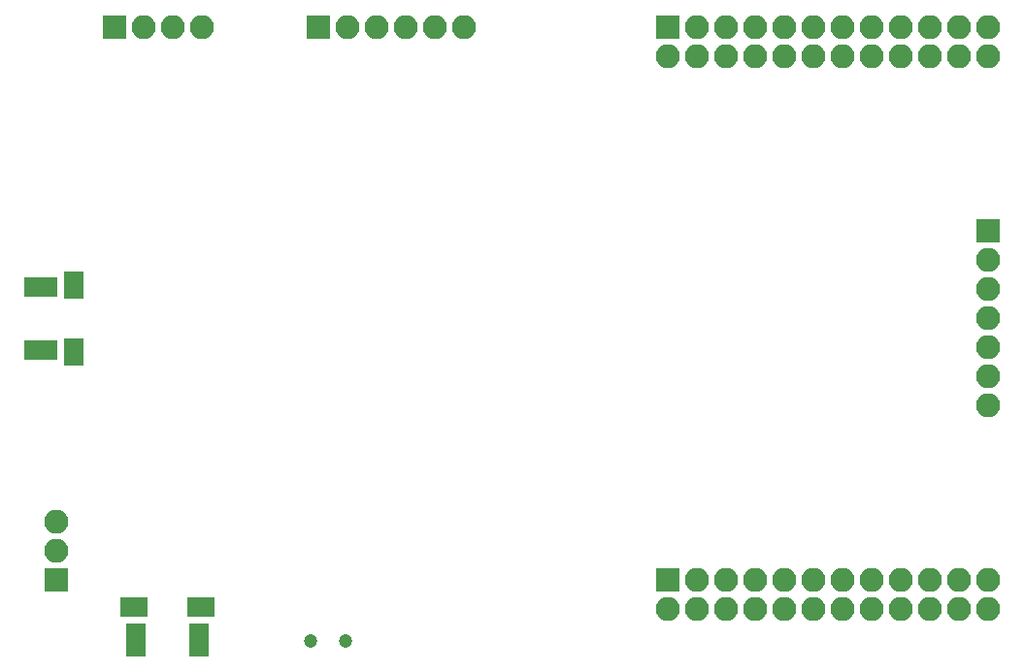
<source format=gbs>
G04 #@! TF.GenerationSoftware,KiCad,Pcbnew,(2017-08-04 revision 7bf9f8e1c)-master*
G04 #@! TF.CreationDate,2018-06-13T20:52:22+02:00*
G04 #@! TF.ProjectId,pcb-f2-a,7063622D66322D612E6B696361645F70,rev?*
G04 #@! TF.SameCoordinates,Original*
G04 #@! TF.FileFunction,Soldermask,Bot*
G04 #@! TF.FilePolarity,Negative*
%FSLAX46Y46*%
G04 Gerber Fmt 4.6, Leading zero omitted, Abs format (unit mm)*
G04 Created by KiCad (PCBNEW (2017-08-04 revision 7bf9f8e1c)-master) date Wed Jun 13 20:52:22 2018*
%MOMM*%
%LPD*%
G01*
G04 APERTURE LIST*
%ADD10R,2.100000X2.100000*%
%ADD11O,2.100000X2.100000*%
%ADD12R,1.700480X2.851100*%
%ADD13R,2.398980X1.799540*%
%ADD14R,1.799540X2.398980*%
%ADD15R,2.851100X1.700480*%
%ADD16C,1.200000*%
G04 APERTURE END LIST*
D10*
X59360000Y-74600000D03*
D11*
X61900000Y-74600000D03*
X64440000Y-74600000D03*
X66980000Y-74600000D03*
D10*
X135560000Y-92380000D03*
D11*
X135560000Y-94920000D03*
X135560000Y-97460000D03*
X135560000Y-100000000D03*
X135560000Y-102540000D03*
X135560000Y-105080000D03*
X135560000Y-107620000D03*
D10*
X107620000Y-122860000D03*
D11*
X107620000Y-125400000D03*
X110160000Y-122860000D03*
X110160000Y-125400000D03*
X112700000Y-122860000D03*
X112700000Y-125400000D03*
X115240000Y-122860000D03*
X115240000Y-125400000D03*
X117780000Y-122860000D03*
X117780000Y-125400000D03*
X120320000Y-122860000D03*
X120320000Y-125400000D03*
X122860000Y-122860000D03*
X122860000Y-125400000D03*
X125400000Y-122860000D03*
X125400000Y-125400000D03*
X127940000Y-122860000D03*
X127940000Y-125400000D03*
X130480000Y-122860000D03*
X130480000Y-125400000D03*
X133020000Y-122860000D03*
X133020000Y-125400000D03*
X135560000Y-122860000D03*
X135560000Y-125400000D03*
X135560000Y-77140000D03*
X135560000Y-74600000D03*
X133020000Y-77140000D03*
X133020000Y-74600000D03*
X130480000Y-77140000D03*
X130480000Y-74600000D03*
X127940000Y-77140000D03*
X127940000Y-74600000D03*
X125400000Y-77140000D03*
X125400000Y-74600000D03*
X122860000Y-77140000D03*
X122860000Y-74600000D03*
X120320000Y-77140000D03*
X120320000Y-74600000D03*
X117780000Y-77140000D03*
X117780000Y-74600000D03*
X115240000Y-77140000D03*
X115240000Y-74600000D03*
X112700000Y-77140000D03*
X112700000Y-74600000D03*
X110160000Y-77140000D03*
X110160000Y-74600000D03*
X107620000Y-77140000D03*
D10*
X107620000Y-74600000D03*
D11*
X54280000Y-117780000D03*
X54280000Y-120320000D03*
D10*
X54280000Y-122860000D03*
X77140000Y-74600000D03*
D11*
X79680000Y-74600000D03*
X82220000Y-74600000D03*
X84760000Y-74600000D03*
X87300000Y-74600000D03*
X89840000Y-74600000D03*
D12*
X66725420Y-128050140D03*
X61274580Y-128050140D03*
D13*
X66900680Y-125169780D03*
X61099320Y-125169780D03*
D14*
X55830220Y-97099320D03*
X55830220Y-102900680D03*
D15*
X52949860Y-97274580D03*
X52949860Y-102725420D03*
D16*
X79500000Y-128200000D03*
X76500000Y-128200000D03*
M02*

</source>
